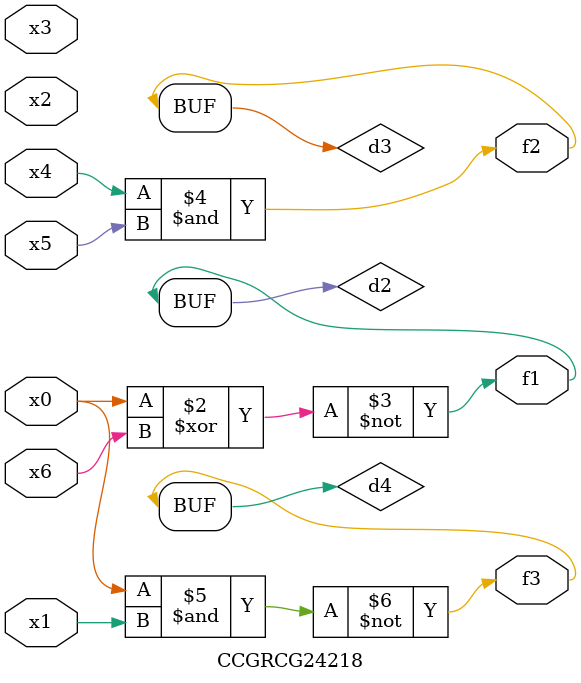
<source format=v>
module CCGRCG24218(
	input x0, x1, x2, x3, x4, x5, x6,
	output f1, f2, f3
);

	wire d1, d2, d3, d4;

	nor (d1, x0);
	xnor (d2, x0, x6);
	and (d3, x4, x5);
	nand (d4, x0, x1);
	assign f1 = d2;
	assign f2 = d3;
	assign f3 = d4;
endmodule

</source>
